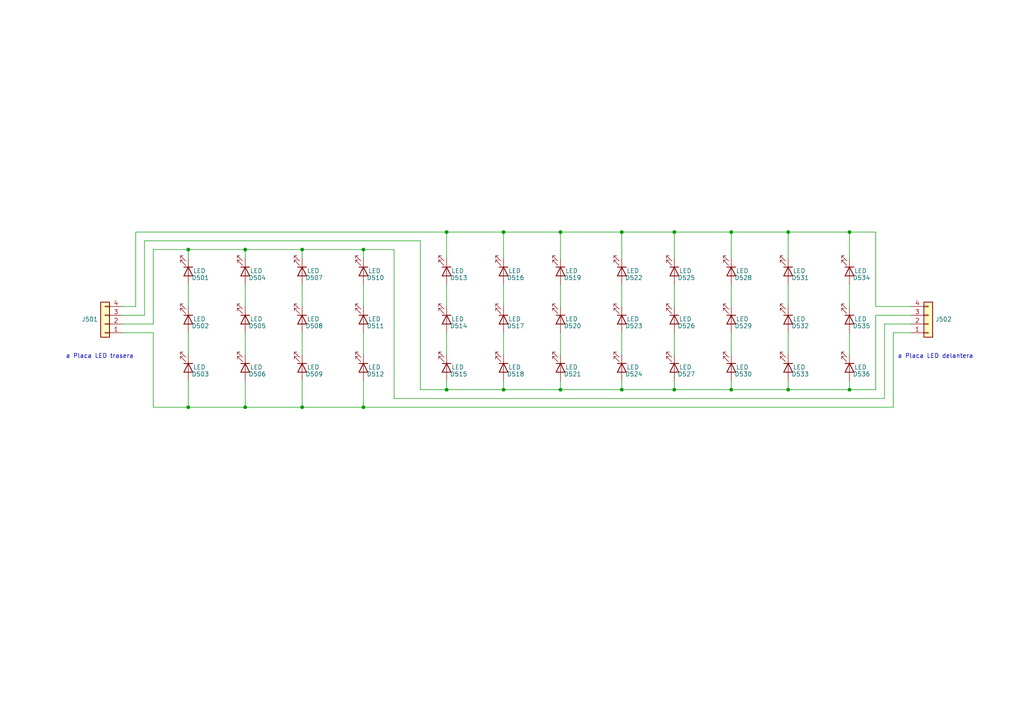
<source format=kicad_sch>
(kicad_sch (version 20211123) (generator eeschema)

  (uuid 60033e14-eb87-4de7-a69b-18897afc2481)

  (paper "A4")

  (title_block
    (title "Barra de Cortocircuito para 3er Riel")
    (date "2022-07-11")
    (rev "2.2")
  )

  (lib_symbols
    (symbol "Connector_Generic:Conn_01x04" (pin_names (offset 1.016) hide) (in_bom yes) (on_board yes)
      (property "Reference" "J" (id 0) (at 0 5.08 0)
        (effects (font (size 1.27 1.27)))
      )
      (property "Value" "Conn_01x04" (id 1) (at 0 -7.62 0)
        (effects (font (size 1.27 1.27)))
      )
      (property "Footprint" "" (id 2) (at 0 0 0)
        (effects (font (size 1.27 1.27)) hide)
      )
      (property "Datasheet" "~" (id 3) (at 0 0 0)
        (effects (font (size 1.27 1.27)) hide)
      )
      (property "ki_keywords" "connector" (id 4) (at 0 0 0)
        (effects (font (size 1.27 1.27)) hide)
      )
      (property "ki_description" "Generic connector, single row, 01x04, script generated (kicad-library-utils/schlib/autogen/connector/)" (id 5) (at 0 0 0)
        (effects (font (size 1.27 1.27)) hide)
      )
      (property "ki_fp_filters" "Connector*:*_1x??_*" (id 6) (at 0 0 0)
        (effects (font (size 1.27 1.27)) hide)
      )
      (symbol "Conn_01x04_1_1"
        (rectangle (start -1.27 -4.953) (end 0 -5.207)
          (stroke (width 0.1524) (type default) (color 0 0 0 0))
          (fill (type none))
        )
        (rectangle (start -1.27 -2.413) (end 0 -2.667)
          (stroke (width 0.1524) (type default) (color 0 0 0 0))
          (fill (type none))
        )
        (rectangle (start -1.27 0.127) (end 0 -0.127)
          (stroke (width 0.1524) (type default) (color 0 0 0 0))
          (fill (type none))
        )
        (rectangle (start -1.27 2.667) (end 0 2.413)
          (stroke (width 0.1524) (type default) (color 0 0 0 0))
          (fill (type none))
        )
        (rectangle (start -1.27 3.81) (end 1.27 -6.35)
          (stroke (width 0.254) (type default) (color 0 0 0 0))
          (fill (type background))
        )
        (pin passive line (at -5.08 2.54 0) (length 3.81)
          (name "Pin_1" (effects (font (size 1.27 1.27))))
          (number "1" (effects (font (size 1.27 1.27))))
        )
        (pin passive line (at -5.08 0 0) (length 3.81)
          (name "Pin_2" (effects (font (size 1.27 1.27))))
          (number "2" (effects (font (size 1.27 1.27))))
        )
        (pin passive line (at -5.08 -2.54 0) (length 3.81)
          (name "Pin_3" (effects (font (size 1.27 1.27))))
          (number "3" (effects (font (size 1.27 1.27))))
        )
        (pin passive line (at -5.08 -5.08 0) (length 3.81)
          (name "Pin_4" (effects (font (size 1.27 1.27))))
          (number "4" (effects (font (size 1.27 1.27))))
        )
      )
    )
    (symbol "Device:LED" (pin_numbers hide) (pin_names (offset 1.016) hide) (in_bom yes) (on_board yes)
      (property "Reference" "D" (id 0) (at 0 2.54 0)
        (effects (font (size 1.27 1.27)))
      )
      (property "Value" "LED" (id 1) (at 0 -2.54 0)
        (effects (font (size 1.27 1.27)))
      )
      (property "Footprint" "" (id 2) (at 0 0 0)
        (effects (font (size 1.27 1.27)) hide)
      )
      (property "Datasheet" "~" (id 3) (at 0 0 0)
        (effects (font (size 1.27 1.27)) hide)
      )
      (property "ki_keywords" "LED diode" (id 4) (at 0 0 0)
        (effects (font (size 1.27 1.27)) hide)
      )
      (property "ki_description" "Light emitting diode" (id 5) (at 0 0 0)
        (effects (font (size 1.27 1.27)) hide)
      )
      (property "ki_fp_filters" "LED* LED_SMD:* LED_THT:*" (id 6) (at 0 0 0)
        (effects (font (size 1.27 1.27)) hide)
      )
      (symbol "LED_0_1"
        (polyline
          (pts
            (xy -1.27 -1.27)
            (xy -1.27 1.27)
          )
          (stroke (width 0.254) (type default) (color 0 0 0 0))
          (fill (type none))
        )
        (polyline
          (pts
            (xy -1.27 0)
            (xy 1.27 0)
          )
          (stroke (width 0) (type default) (color 0 0 0 0))
          (fill (type none))
        )
        (polyline
          (pts
            (xy 1.27 -1.27)
            (xy 1.27 1.27)
            (xy -1.27 0)
            (xy 1.27 -1.27)
          )
          (stroke (width 0.254) (type default) (color 0 0 0 0))
          (fill (type none))
        )
        (polyline
          (pts
            (xy -3.048 -0.762)
            (xy -4.572 -2.286)
            (xy -3.81 -2.286)
            (xy -4.572 -2.286)
            (xy -4.572 -1.524)
          )
          (stroke (width 0) (type default) (color 0 0 0 0))
          (fill (type none))
        )
        (polyline
          (pts
            (xy -1.778 -0.762)
            (xy -3.302 -2.286)
            (xy -2.54 -2.286)
            (xy -3.302 -2.286)
            (xy -3.302 -1.524)
          )
          (stroke (width 0) (type default) (color 0 0 0 0))
          (fill (type none))
        )
      )
      (symbol "LED_1_1"
        (pin passive line (at -3.81 0 0) (length 2.54)
          (name "K" (effects (font (size 1.27 1.27))))
          (number "1" (effects (font (size 1.27 1.27))))
        )
        (pin passive line (at 3.81 0 180) (length 2.54)
          (name "A" (effects (font (size 1.27 1.27))))
          (number "2" (effects (font (size 1.27 1.27))))
        )
      )
    )
  )

  (junction (at 195.58 113.03) (diameter 0) (color 0 0 0 0)
    (uuid 0b5b87e4-23c5-462b-af9f-7a5de32fe29f)
  )
  (junction (at 87.63 72.39) (diameter 0) (color 0 0 0 0)
    (uuid 224e0deb-f117-47b8-8fff-2f517c78cc08)
  )
  (junction (at 246.38 113.03) (diameter 0) (color 0 0 0 0)
    (uuid 32b818ab-7626-4d16-96c1-62a9cc695099)
  )
  (junction (at 180.34 67.31) (diameter 0) (color 0 0 0 0)
    (uuid 37dc99e3-dab5-4e2c-a96e-72d811bb8271)
  )
  (junction (at 146.05 67.31) (diameter 0) (color 0 0 0 0)
    (uuid 38ab2dac-d4ce-483b-ba4d-b6eab95bce86)
  )
  (junction (at 228.6 113.03) (diameter 0) (color 0 0 0 0)
    (uuid 39b5a6e4-8f1b-49a8-8a92-b0b3a5d3963c)
  )
  (junction (at 212.09 67.31) (diameter 0) (color 0 0 0 0)
    (uuid 3cc6229d-0c7c-4d89-8807-d341d2cbd66a)
  )
  (junction (at 87.63 118.11) (diameter 0) (color 0 0 0 0)
    (uuid 4c2223a4-59c7-404c-900e-9a0e5e793091)
  )
  (junction (at 129.54 67.31) (diameter 0) (color 0 0 0 0)
    (uuid 4cb6f8b6-8848-4983-90c6-cabfcfe1e612)
  )
  (junction (at 162.56 67.31) (diameter 0) (color 0 0 0 0)
    (uuid 5b97b916-ce07-43b2-872d-765f67e02ce7)
  )
  (junction (at 105.41 72.39) (diameter 0) (color 0 0 0 0)
    (uuid 673ede7b-9301-4c1f-9197-613aec64fa8c)
  )
  (junction (at 105.41 118.11) (diameter 0) (color 0 0 0 0)
    (uuid 85178c5a-665b-4748-a416-32dfd7526bcc)
  )
  (junction (at 146.05 113.03) (diameter 0) (color 0 0 0 0)
    (uuid 880f1a01-3dc3-44d9-9da9-046fb579b3b2)
  )
  (junction (at 129.54 113.03) (diameter 0) (color 0 0 0 0)
    (uuid 8d40839b-6cd0-4326-b8f3-bd5a6e29643f)
  )
  (junction (at 212.09 113.03) (diameter 0) (color 0 0 0 0)
    (uuid 9f3b4c70-208f-4784-b9de-a16dc2eb64f7)
  )
  (junction (at 71.12 72.39) (diameter 0) (color 0 0 0 0)
    (uuid b2c8d871-6a16-437a-8354-d84b7ed37bcb)
  )
  (junction (at 54.61 72.39) (diameter 0) (color 0 0 0 0)
    (uuid b62fce18-2c97-4ddb-a8f7-d099d1a5b42c)
  )
  (junction (at 246.38 67.31) (diameter 0) (color 0 0 0 0)
    (uuid c5c12392-d777-4010-b9fe-c5cb6a77527d)
  )
  (junction (at 162.56 113.03) (diameter 0) (color 0 0 0 0)
    (uuid cf41c362-1a7d-4e15-8d82-8d37bf2eb8c7)
  )
  (junction (at 195.58 67.31) (diameter 0) (color 0 0 0 0)
    (uuid cf4f9c7b-ec62-460c-ab06-6b14acd95294)
  )
  (junction (at 71.12 118.11) (diameter 0) (color 0 0 0 0)
    (uuid d13e9f88-fc4d-4c49-88e2-f4695c4e519a)
  )
  (junction (at 180.34 113.03) (diameter 0) (color 0 0 0 0)
    (uuid d6ed618c-43f5-48e8-92cb-21f581bae857)
  )
  (junction (at 54.61 118.11) (diameter 0) (color 0 0 0 0)
    (uuid ea2c22d5-bd11-48d7-841d-daa9b963dc88)
  )
  (junction (at 228.6 67.31) (diameter 0) (color 0 0 0 0)
    (uuid eaddc491-c8f9-4d3e-bfde-687c2aeed040)
  )

  (wire (pts (xy 228.6 113.03) (xy 246.38 113.03))
    (stroke (width 0) (type default) (color 0 0 0 0))
    (uuid 057a1a7a-527d-4a21-afa3-1b13d6b3d349)
  )
  (wire (pts (xy 264.16 88.9) (xy 254 88.9))
    (stroke (width 0) (type default) (color 0 0 0 0))
    (uuid 06df4a64-fdca-421f-a036-dbda2f79dd5d)
  )
  (wire (pts (xy 129.54 67.31) (xy 129.54 74.93))
    (stroke (width 0) (type default) (color 0 0 0 0))
    (uuid 08cea117-08fb-44b2-b671-5708c5d2a02b)
  )
  (wire (pts (xy 105.41 110.49) (xy 105.41 118.11))
    (stroke (width 0) (type default) (color 0 0 0 0))
    (uuid 0de1f064-057c-4e16-b724-97789acea326)
  )
  (wire (pts (xy 71.12 110.49) (xy 71.12 118.11))
    (stroke (width 0) (type default) (color 0 0 0 0))
    (uuid 127cec21-744c-4435-ade9-76576c2486a1)
  )
  (wire (pts (xy 87.63 118.11) (xy 105.41 118.11))
    (stroke (width 0) (type default) (color 0 0 0 0))
    (uuid 1391322d-555b-4af2-b0d4-e91a2a08a18b)
  )
  (wire (pts (xy 129.54 110.49) (xy 129.54 113.03))
    (stroke (width 0) (type default) (color 0 0 0 0))
    (uuid 146d327d-88e8-4aac-8f13-a2a2b6bf42b4)
  )
  (wire (pts (xy 212.09 113.03) (xy 228.6 113.03))
    (stroke (width 0) (type default) (color 0 0 0 0))
    (uuid 16bb533f-d5ff-47d5-b79f-7d964c740171)
  )
  (wire (pts (xy 254 113.03) (xy 246.38 113.03))
    (stroke (width 0) (type default) (color 0 0 0 0))
    (uuid 1ea8ec12-9c49-4202-b6d7-bf9c7597c231)
  )
  (wire (pts (xy 259.08 96.52) (xy 259.08 118.11))
    (stroke (width 0) (type default) (color 0 0 0 0))
    (uuid 1f17cb83-0e8d-4eb3-85ef-69778b3dfa8d)
  )
  (wire (pts (xy 39.37 67.31) (xy 39.37 88.9))
    (stroke (width 0) (type default) (color 0 0 0 0))
    (uuid 2089700b-9943-4c49-938e-643158038fde)
  )
  (wire (pts (xy 246.38 96.52) (xy 246.38 102.87))
    (stroke (width 0) (type default) (color 0 0 0 0))
    (uuid 23550758-e44d-4105-a63c-ec47710ffb7a)
  )
  (wire (pts (xy 162.56 67.31) (xy 180.34 67.31))
    (stroke (width 0) (type default) (color 0 0 0 0))
    (uuid 28588f81-3a31-4463-81fc-7621f3522b36)
  )
  (wire (pts (xy 87.63 110.49) (xy 87.63 118.11))
    (stroke (width 0) (type default) (color 0 0 0 0))
    (uuid 28a82676-10ed-4a6d-8d38-5cc2b8bfa072)
  )
  (wire (pts (xy 105.41 72.39) (xy 114.3 72.39))
    (stroke (width 0) (type default) (color 0 0 0 0))
    (uuid 29032c60-8122-4333-a7da-95c7ef5a8b68)
  )
  (wire (pts (xy 146.05 67.31) (xy 146.05 74.93))
    (stroke (width 0) (type default) (color 0 0 0 0))
    (uuid 2ae09918-814e-49a3-83d4-82ad28d6df72)
  )
  (wire (pts (xy 105.41 82.55) (xy 105.41 88.9))
    (stroke (width 0) (type default) (color 0 0 0 0))
    (uuid 2d074180-8e3f-4039-92d4-661c1f90f4c5)
  )
  (wire (pts (xy 195.58 67.31) (xy 212.09 67.31))
    (stroke (width 0) (type default) (color 0 0 0 0))
    (uuid 2dd623e9-4f51-4eee-948c-afeba2421c82)
  )
  (wire (pts (xy 87.63 72.39) (xy 105.41 72.39))
    (stroke (width 0) (type default) (color 0 0 0 0))
    (uuid 2edd4386-02f6-4915-ab5d-fe1c8287da4b)
  )
  (wire (pts (xy 228.6 96.52) (xy 228.6 102.87))
    (stroke (width 0) (type default) (color 0 0 0 0))
    (uuid 329a2c73-ef94-4cdc-91e0-72f12d5ebd0e)
  )
  (wire (pts (xy 259.08 96.52) (xy 264.16 96.52))
    (stroke (width 0) (type default) (color 0 0 0 0))
    (uuid 3a0eccb1-268c-4f57-84d0-33b4df67dbe4)
  )
  (wire (pts (xy 180.34 113.03) (xy 195.58 113.03))
    (stroke (width 0) (type default) (color 0 0 0 0))
    (uuid 3ae9104e-59f4-4b56-a659-1a4425ae9ffb)
  )
  (wire (pts (xy 54.61 72.39) (xy 71.12 72.39))
    (stroke (width 0) (type default) (color 0 0 0 0))
    (uuid 40d3d472-769f-479a-bd69-65dfed7b9156)
  )
  (wire (pts (xy 212.09 110.49) (xy 212.09 113.03))
    (stroke (width 0) (type default) (color 0 0 0 0))
    (uuid 423ee896-c19f-4170-9029-58072bdf2a55)
  )
  (wire (pts (xy 87.63 74.93) (xy 87.63 72.39))
    (stroke (width 0) (type default) (color 0 0 0 0))
    (uuid 427fd954-5449-4d36-8547-d878e3952a66)
  )
  (wire (pts (xy 44.45 72.39) (xy 44.45 93.98))
    (stroke (width 0) (type default) (color 0 0 0 0))
    (uuid 42d27bb2-956e-4f4e-a0bb-864b46e9981e)
  )
  (wire (pts (xy 54.61 118.11) (xy 71.12 118.11))
    (stroke (width 0) (type default) (color 0 0 0 0))
    (uuid 44898aac-bd26-4fe9-8fd7-4eb813bc3140)
  )
  (wire (pts (xy 129.54 113.03) (xy 146.05 113.03))
    (stroke (width 0) (type default) (color 0 0 0 0))
    (uuid 48b90d34-cb84-4936-98e8-5d3841998f84)
  )
  (wire (pts (xy 121.92 113.03) (xy 121.92 69.85))
    (stroke (width 0) (type default) (color 0 0 0 0))
    (uuid 48eec40f-6ab3-4243-b67b-f99d33a7d466)
  )
  (wire (pts (xy 44.45 96.52) (xy 44.45 118.11))
    (stroke (width 0) (type default) (color 0 0 0 0))
    (uuid 4bc2c4ca-c2bb-4c37-b7ad-017bf7261ab1)
  )
  (wire (pts (xy 54.61 110.49) (xy 54.61 118.11))
    (stroke (width 0) (type default) (color 0 0 0 0))
    (uuid 5054d8c5-a86e-4c44-aa83-184981cb65bf)
  )
  (wire (pts (xy 228.6 67.31) (xy 228.6 74.93))
    (stroke (width 0) (type default) (color 0 0 0 0))
    (uuid 5319091a-1a11-4ee1-904b-b4574bf516e6)
  )
  (wire (pts (xy 162.56 110.49) (xy 162.56 113.03))
    (stroke (width 0) (type default) (color 0 0 0 0))
    (uuid 535ab797-58b2-46bb-8639-8a03203aecce)
  )
  (wire (pts (xy 246.38 113.03) (xy 246.38 110.49))
    (stroke (width 0) (type default) (color 0 0 0 0))
    (uuid 58541a43-8804-4582-ac79-c76ef95328b7)
  )
  (wire (pts (xy 35.56 91.44) (xy 41.91 91.44))
    (stroke (width 0) (type default) (color 0 0 0 0))
    (uuid 58b303a2-f387-47c5-b90d-1d70186f0bba)
  )
  (wire (pts (xy 246.38 67.31) (xy 246.38 74.93))
    (stroke (width 0) (type default) (color 0 0 0 0))
    (uuid 5bac6f51-7a0c-4bec-8b67-c2226089f959)
  )
  (wire (pts (xy 54.61 74.93) (xy 54.61 72.39))
    (stroke (width 0) (type default) (color 0 0 0 0))
    (uuid 5de5071f-7680-4f4d-8647-62d983d6ff69)
  )
  (wire (pts (xy 114.3 115.57) (xy 256.54 115.57))
    (stroke (width 0) (type default) (color 0 0 0 0))
    (uuid 62383840-fc82-47fb-a1ad-c8cf3b6d738f)
  )
  (wire (pts (xy 254 91.44) (xy 264.16 91.44))
    (stroke (width 0) (type default) (color 0 0 0 0))
    (uuid 698aa11b-8982-4c6d-90ea-8b32309eb9f8)
  )
  (wire (pts (xy 146.05 96.52) (xy 146.05 102.87))
    (stroke (width 0) (type default) (color 0 0 0 0))
    (uuid 6e064e7a-766a-41a5-a0de-1db6bcc6c72a)
  )
  (wire (pts (xy 129.54 96.52) (xy 129.54 102.87))
    (stroke (width 0) (type default) (color 0 0 0 0))
    (uuid 70ab5072-e03d-4be2-ae3b-55af09b752bf)
  )
  (wire (pts (xy 256.54 93.98) (xy 264.16 93.98))
    (stroke (width 0) (type default) (color 0 0 0 0))
    (uuid 75fe9878-d264-462a-887f-0ef500edc04b)
  )
  (wire (pts (xy 39.37 88.9) (xy 35.56 88.9))
    (stroke (width 0) (type default) (color 0 0 0 0))
    (uuid 782288b6-1fc4-40fd-98a5-3a93f803105e)
  )
  (wire (pts (xy 254 91.44) (xy 254 113.03))
    (stroke (width 0) (type default) (color 0 0 0 0))
    (uuid 811cc048-9b2d-437c-a885-429fedad9c4a)
  )
  (wire (pts (xy 195.58 110.49) (xy 195.58 113.03))
    (stroke (width 0) (type default) (color 0 0 0 0))
    (uuid 8572cc37-7a71-4288-8403-d91576d154ee)
  )
  (wire (pts (xy 129.54 82.55) (xy 129.54 88.9))
    (stroke (width 0) (type default) (color 0 0 0 0))
    (uuid 896456d7-deec-4121-a689-39915200e103)
  )
  (wire (pts (xy 212.09 96.52) (xy 212.09 102.87))
    (stroke (width 0) (type default) (color 0 0 0 0))
    (uuid 8b536dfd-0f79-4b05-9f18-2787bdc6e50a)
  )
  (wire (pts (xy 162.56 67.31) (xy 162.56 74.93))
    (stroke (width 0) (type default) (color 0 0 0 0))
    (uuid 8b828f42-0597-4df4-8a2e-2a7b5d194476)
  )
  (wire (pts (xy 195.58 67.31) (xy 195.58 74.93))
    (stroke (width 0) (type default) (color 0 0 0 0))
    (uuid 8f74bcff-1a1a-4e44-88fd-28ea0d3776ca)
  )
  (wire (pts (xy 162.56 96.52) (xy 162.56 102.87))
    (stroke (width 0) (type default) (color 0 0 0 0))
    (uuid 9329433f-9eab-471e-bf79-7bc36419d193)
  )
  (wire (pts (xy 87.63 96.52) (xy 87.63 102.87))
    (stroke (width 0) (type default) (color 0 0 0 0))
    (uuid 93557e9f-a425-47cb-9d8c-e0b0f67177db)
  )
  (wire (pts (xy 212.09 67.31) (xy 212.09 74.93))
    (stroke (width 0) (type default) (color 0 0 0 0))
    (uuid 9440f02f-4fb4-4cf1-8b0a-5717c6f56c28)
  )
  (wire (pts (xy 129.54 67.31) (xy 146.05 67.31))
    (stroke (width 0) (type default) (color 0 0 0 0))
    (uuid 950f29a4-0fe2-4dd4-b6df-fd648dc42ce9)
  )
  (wire (pts (xy 71.12 82.55) (xy 71.12 88.9))
    (stroke (width 0) (type default) (color 0 0 0 0))
    (uuid 9842b1e8-51c4-4c86-a6f5-e40c8f263e68)
  )
  (wire (pts (xy 129.54 67.31) (xy 39.37 67.31))
    (stroke (width 0) (type default) (color 0 0 0 0))
    (uuid 988072e1-6459-4294-8983-9e3cc4404359)
  )
  (wire (pts (xy 195.58 113.03) (xy 212.09 113.03))
    (stroke (width 0) (type default) (color 0 0 0 0))
    (uuid 9ccf32db-c078-47eb-bed3-c332b337f5d2)
  )
  (wire (pts (xy 146.05 67.31) (xy 162.56 67.31))
    (stroke (width 0) (type default) (color 0 0 0 0))
    (uuid 9f83aea8-3e64-4004-ae5c-7fe0e32f84b2)
  )
  (wire (pts (xy 87.63 82.55) (xy 87.63 88.9))
    (stroke (width 0) (type default) (color 0 0 0 0))
    (uuid a0d238b0-e053-40cb-80a6-2af447f59528)
  )
  (wire (pts (xy 228.6 67.31) (xy 246.38 67.31))
    (stroke (width 0) (type default) (color 0 0 0 0))
    (uuid a24656bc-060d-4be8-80bb-3e925c396260)
  )
  (wire (pts (xy 195.58 96.52) (xy 195.58 102.87))
    (stroke (width 0) (type default) (color 0 0 0 0))
    (uuid a798cb1b-585c-4a92-b5a5-1fafa8da71ce)
  )
  (wire (pts (xy 114.3 72.39) (xy 114.3 115.57))
    (stroke (width 0) (type default) (color 0 0 0 0))
    (uuid a84036a5-28e4-42aa-a9fa-4e1588f16102)
  )
  (wire (pts (xy 146.05 113.03) (xy 162.56 113.03))
    (stroke (width 0) (type default) (color 0 0 0 0))
    (uuid a86957ee-7955-4689-b1a5-3bfc5a254afe)
  )
  (wire (pts (xy 71.12 96.52) (xy 71.12 102.87))
    (stroke (width 0) (type default) (color 0 0 0 0))
    (uuid b46c27d1-a598-4169-9c56-a642bdad13e2)
  )
  (wire (pts (xy 54.61 82.55) (xy 54.61 88.9))
    (stroke (width 0) (type default) (color 0 0 0 0))
    (uuid b4c04c63-5a5f-4027-8c8c-a384cd850b36)
  )
  (wire (pts (xy 246.38 67.31) (xy 254 67.31))
    (stroke (width 0) (type default) (color 0 0 0 0))
    (uuid ba31bf7f-c6c9-4e90-b338-94b75e24d881)
  )
  (wire (pts (xy 180.34 67.31) (xy 180.34 74.93))
    (stroke (width 0) (type default) (color 0 0 0 0))
    (uuid bb50cd7c-8dba-4795-bc5e-cb4347836a8c)
  )
  (wire (pts (xy 195.58 82.55) (xy 195.58 88.9))
    (stroke (width 0) (type default) (color 0 0 0 0))
    (uuid bca37616-02a7-4cf3-af7a-942f9e9e5f58)
  )
  (wire (pts (xy 35.56 93.98) (xy 44.45 93.98))
    (stroke (width 0) (type default) (color 0 0 0 0))
    (uuid bd7c7cfd-442c-4689-9944-2a626a4c4dff)
  )
  (wire (pts (xy 212.09 67.31) (xy 228.6 67.31))
    (stroke (width 0) (type default) (color 0 0 0 0))
    (uuid bd9aef18-23e4-4f9c-be27-f95de913ae1a)
  )
  (wire (pts (xy 228.6 82.55) (xy 228.6 88.9))
    (stroke (width 0) (type default) (color 0 0 0 0))
    (uuid be31a764-2435-4f80-9197-8fcb736bb6d0)
  )
  (wire (pts (xy 44.45 118.11) (xy 54.61 118.11))
    (stroke (width 0) (type default) (color 0 0 0 0))
    (uuid beb8275b-8c45-4c9c-8d7d-646367b7d23e)
  )
  (wire (pts (xy 256.54 93.98) (xy 256.54 115.57))
    (stroke (width 0) (type default) (color 0 0 0 0))
    (uuid c0ed384d-5721-4059-af91-5115191039e2)
  )
  (wire (pts (xy 87.63 72.39) (xy 71.12 72.39))
    (stroke (width 0) (type default) (color 0 0 0 0))
    (uuid c3be8d23-debe-40fd-82dc-f0b55fc6b38f)
  )
  (wire (pts (xy 35.56 96.52) (xy 44.45 96.52))
    (stroke (width 0) (type default) (color 0 0 0 0))
    (uuid c47926e9-b184-49b0-a6ce-874c960727f2)
  )
  (wire (pts (xy 105.41 118.11) (xy 259.08 118.11))
    (stroke (width 0) (type default) (color 0 0 0 0))
    (uuid c61fc6c2-fc7f-4deb-adba-ad9a427900f3)
  )
  (wire (pts (xy 180.34 113.03) (xy 180.34 110.49))
    (stroke (width 0) (type default) (color 0 0 0 0))
    (uuid cb794f86-84c5-4de3-b81a-771692e81227)
  )
  (wire (pts (xy 180.34 82.55) (xy 180.34 88.9))
    (stroke (width 0) (type default) (color 0 0 0 0))
    (uuid cbd5617a-b27e-4994-aa63-d5abcdaa345c)
  )
  (wire (pts (xy 71.12 72.39) (xy 71.12 74.93))
    (stroke (width 0) (type default) (color 0 0 0 0))
    (uuid cbd79597-f6a2-48db-8d74-eca1d1c2eb39)
  )
  (wire (pts (xy 146.05 110.49) (xy 146.05 113.03))
    (stroke (width 0) (type default) (color 0 0 0 0))
    (uuid ce32a663-7262-4a14-acaf-84a1b7ec4a3a)
  )
  (wire (pts (xy 180.34 96.52) (xy 180.34 102.87))
    (stroke (width 0) (type default) (color 0 0 0 0))
    (uuid cf59da8c-f0aa-4c03-a072-c1fb0c488267)
  )
  (wire (pts (xy 105.41 74.93) (xy 105.41 72.39))
    (stroke (width 0) (type default) (color 0 0 0 0))
    (uuid d0a669e5-11d9-47d0-857a-ef3f0209e216)
  )
  (wire (pts (xy 41.91 69.85) (xy 121.92 69.85))
    (stroke (width 0) (type default) (color 0 0 0 0))
    (uuid d4208461-b6fb-4ef9-a2b9-c91c0e411bf4)
  )
  (wire (pts (xy 71.12 118.11) (xy 87.63 118.11))
    (stroke (width 0) (type default) (color 0 0 0 0))
    (uuid da528ec0-b671-49f4-9736-0e127d6150b6)
  )
  (wire (pts (xy 228.6 110.49) (xy 228.6 113.03))
    (stroke (width 0) (type default) (color 0 0 0 0))
    (uuid dd10b053-6dde-49ca-b555-def6c4348e5e)
  )
  (wire (pts (xy 129.54 113.03) (xy 121.92 113.03))
    (stroke (width 0) (type default) (color 0 0 0 0))
    (uuid dd88d2b3-8346-4878-ad16-cc66c7829989)
  )
  (wire (pts (xy 180.34 67.31) (xy 195.58 67.31))
    (stroke (width 0) (type default) (color 0 0 0 0))
    (uuid e067f359-4887-4052-9184-69a56d6f1a4a)
  )
  (wire (pts (xy 162.56 113.03) (xy 180.34 113.03))
    (stroke (width 0) (type default) (color 0 0 0 0))
    (uuid e1c7131f-629e-47b8-9df1-eff913de9e05)
  )
  (wire (pts (xy 41.91 69.85) (xy 41.91 91.44))
    (stroke (width 0) (type default) (color 0 0 0 0))
    (uuid e29ed550-2181-4f87-b1c6-53d8eea19db8)
  )
  (wire (pts (xy 44.45 72.39) (xy 54.61 72.39))
    (stroke (width 0) (type default) (color 0 0 0 0))
    (uuid e67c5831-63a7-453b-bc75-b38fe05e4d8b)
  )
  (wire (pts (xy 54.61 96.52) (xy 54.61 102.87))
    (stroke (width 0) (type default) (color 0 0 0 0))
    (uuid ea121c66-0391-43a2-ac4e-275c11ae108c)
  )
  (wire (pts (xy 162.56 82.55) (xy 162.56 88.9))
    (stroke (width 0) (type default) (color 0 0 0 0))
    (uuid f0c6bd67-db50-4dd4-a7dc-785d12bd65cc)
  )
  (wire (pts (xy 212.09 82.55) (xy 212.09 88.9))
    (stroke (width 0) (type default) (color 0 0 0 0))
    (uuid f25c97e4-a40f-48ea-b856-a7151dd90702)
  )
  (wire (pts (xy 105.41 96.52) (xy 105.41 102.87))
    (stroke (width 0) (type default) (color 0 0 0 0))
    (uuid f651a980-2e29-4c63-a4ca-2e9eaa8e4ebe)
  )
  (wire (pts (xy 254 67.31) (xy 254 88.9))
    (stroke (width 0) (type default) (color 0 0 0 0))
    (uuid f842c1e9-9967-4dc9-96f6-3e19e16e24a9)
  )
  (wire (pts (xy 146.05 82.55) (xy 146.05 88.9))
    (stroke (width 0) (type default) (color 0 0 0 0))
    (uuid f9b5f585-125b-4eca-8a74-89b54c2efeca)
  )
  (wire (pts (xy 246.38 82.55) (xy 246.38 88.9))
    (stroke (width 0) (type default) (color 0 0 0 0))
    (uuid fe44e590-d325-4786-8b6a-6c62918ca1a5)
  )

  (text "a Placa LED trasera" (at 19.05 104.14 0)
    (effects (font (size 1.27 1.27)) (justify left bottom))
    (uuid 52c281a8-bd59-4dc8-93a6-0b584523c13a)
  )
  (text "a Placa LED delantera" (at 260.35 104.14 0)
    (effects (font (size 1.27 1.27)) (justify left bottom))
    (uuid cb7233a9-6059-4e02-9214-f20dc6e456e0)
  )

  (symbol (lib_id "Device:LED") (at 54.61 78.74 270) (unit 1)
    (in_bom yes) (on_board yes)
    (uuid 00000000-0000-0000-0000-000061d75c3c)
    (property "Reference" "D501" (id 0) (at 58.1152 80.5688 90))
    (property "Value" "LED" (id 1) (at 57.8104 78.5622 90))
    (property "Footprint" "" (id 2) (at 54.61 78.74 0)
      (effects (font (size 1.27 1.27)) hide)
    )
    (property "Datasheet" "~" (id 3) (at 54.61 78.74 0)
      (effects (font (size 1.27 1.27)) hide)
    )
    (pin "1" (uuid ddd9d23a-a097-43ba-9e74-ba0446e535b7))
    (pin "2" (uuid 226d0be6-bb29-4300-b488-75c5a58819bf))
  )

  (symbol (lib_id "Device:LED") (at 54.61 92.71 270) (unit 1)
    (in_bom yes) (on_board yes)
    (uuid 00000000-0000-0000-0000-000061d75c43)
    (property "Reference" "D502" (id 0) (at 58.1152 94.5388 90))
    (property "Value" "LED" (id 1) (at 57.8104 92.5322 90))
    (property "Footprint" "" (id 2) (at 54.61 92.71 0)
      (effects (font (size 1.27 1.27)) hide)
    )
    (property "Datasheet" "~" (id 3) (at 54.61 92.71 0)
      (effects (font (size 1.27 1.27)) hide)
    )
    (pin "1" (uuid 09ed82e0-cf9d-4295-890d-774f9e4a78a6))
    (pin "2" (uuid d2e9ec46-3ef9-43c6-8dae-08621b7d1151))
  )

  (symbol (lib_id "Device:LED") (at 54.61 106.68 270) (unit 1)
    (in_bom yes) (on_board yes)
    (uuid 00000000-0000-0000-0000-000061d75c49)
    (property "Reference" "D503" (id 0) (at 58.1152 108.5088 90))
    (property "Value" "LED" (id 1) (at 57.8104 106.5022 90))
    (property "Footprint" "" (id 2) (at 54.61 106.68 0)
      (effects (font (size 1.27 1.27)) hide)
    )
    (property "Datasheet" "~" (id 3) (at 54.61 106.68 0)
      (effects (font (size 1.27 1.27)) hide)
    )
    (pin "1" (uuid ac63abca-309b-4560-8dad-5c6dcbfec795))
    (pin "2" (uuid 6eac0976-c173-42cb-bd8e-7c6630cf19bf))
  )

  (symbol (lib_id "Device:LED") (at 71.12 78.74 270) (unit 1)
    (in_bom yes) (on_board yes)
    (uuid 00000000-0000-0000-0000-000061d75c50)
    (property "Reference" "D504" (id 0) (at 74.6252 80.5688 90))
    (property "Value" "LED" (id 1) (at 74.3204 78.5622 90))
    (property "Footprint" "" (id 2) (at 71.12 78.74 0)
      (effects (font (size 1.27 1.27)) hide)
    )
    (property "Datasheet" "~" (id 3) (at 71.12 78.74 0)
      (effects (font (size 1.27 1.27)) hide)
    )
    (pin "1" (uuid 8ff7d401-ebe1-46bc-af70-b5b681fc6a48))
    (pin "2" (uuid a11662f2-a319-4e88-bdf3-7504106193be))
  )

  (symbol (lib_id "Device:LED") (at 71.12 92.71 270) (unit 1)
    (in_bom yes) (on_board yes)
    (uuid 00000000-0000-0000-0000-000061d75c57)
    (property "Reference" "D505" (id 0) (at 74.6252 94.5388 90))
    (property "Value" "LED" (id 1) (at 74.3204 92.5322 90))
    (property "Footprint" "" (id 2) (at 71.12 92.71 0)
      (effects (font (size 1.27 1.27)) hide)
    )
    (property "Datasheet" "~" (id 3) (at 71.12 92.71 0)
      (effects (font (size 1.27 1.27)) hide)
    )
    (pin "1" (uuid dd15c40c-98f9-4c40-ba90-5084da77993e))
    (pin "2" (uuid f3d8e0ed-9e3c-4f97-b881-26ac422134ff))
  )

  (symbol (lib_id "Device:LED") (at 71.12 106.68 270) (unit 1)
    (in_bom yes) (on_board yes)
    (uuid 00000000-0000-0000-0000-000061d75c5d)
    (property "Reference" "D506" (id 0) (at 74.6252 108.5088 90))
    (property "Value" "LED" (id 1) (at 74.3204 106.5022 90))
    (property "Footprint" "" (id 2) (at 71.12 106.68 0)
      (effects (font (size 1.27 1.27)) hide)
    )
    (property "Datasheet" "~" (id 3) (at 71.12 106.68 0)
      (effects (font (size 1.27 1.27)) hide)
    )
    (pin "1" (uuid 23ad9dc7-df1d-4d18-8c5a-746501265236))
    (pin "2" (uuid db756ac9-00fd-436d-b0b7-37225b7f0848))
  )

  (symbol (lib_id "Device:LED") (at 87.63 78.74 270) (unit 1)
    (in_bom yes) (on_board yes)
    (uuid 00000000-0000-0000-0000-000061d75c64)
    (property "Reference" "D507" (id 0) (at 91.1352 80.5688 90))
    (property "Value" "LED" (id 1) (at 90.8304 78.5622 90))
    (property "Footprint" "" (id 2) (at 87.63 78.74 0)
      (effects (font (size 1.27 1.27)) hide)
    )
    (property "Datasheet" "~" (id 3) (at 87.63 78.74 0)
      (effects (font (size 1.27 1.27)) hide)
    )
    (pin "1" (uuid ef4721d1-8484-4118-97e3-2a8429a00128))
    (pin "2" (uuid 71e3676e-1dd9-4304-9d38-4da68d8e2128))
  )

  (symbol (lib_id "Device:LED") (at 87.63 92.71 270) (unit 1)
    (in_bom yes) (on_board yes)
    (uuid 00000000-0000-0000-0000-000061d75c6b)
    (property "Reference" "D508" (id 0) (at 91.1352 94.5388 90))
    (property "Value" "LED" (id 1) (at 90.8304 92.5322 90))
    (property "Footprint" "" (id 2) (at 87.63 92.71 0)
      (effects (font (size 1.27 1.27)) hide)
    )
    (property "Datasheet" "~" (id 3) (at 87.63 92.71 0)
      (effects (font (size 1.27 1.27)) hide)
    )
    (pin "1" (uuid 629b0434-3732-4dfb-8225-f3d3ae18a857))
    (pin "2" (uuid 3149659c-8e13-48eb-8436-0f1edbbbd12c))
  )

  (symbol (lib_id "Device:LED") (at 87.63 106.68 270) (unit 1)
    (in_bom yes) (on_board yes)
    (uuid 00000000-0000-0000-0000-000061d75c71)
    (property "Reference" "D509" (id 0) (at 91.1352 108.5088 90))
    (property "Value" "LED" (id 1) (at 90.8304 106.5022 90))
    (property "Footprint" "" (id 2) (at 87.63 106.68 0)
      (effects (font (size 1.27 1.27)) hide)
    )
    (property "Datasheet" "~" (id 3) (at 87.63 106.68 0)
      (effects (font (size 1.27 1.27)) hide)
    )
    (pin "1" (uuid d50312ec-3a03-431f-964e-47eed515322c))
    (pin "2" (uuid c25615b9-d68a-45a4-bd6d-4956564259b1))
  )

  (symbol (lib_id "Device:LED") (at 105.41 78.74 270) (unit 1)
    (in_bom yes) (on_board yes)
    (uuid 00000000-0000-0000-0000-000061d75c78)
    (property "Reference" "D510" (id 0) (at 108.9152 80.5688 90))
    (property "Value" "LED" (id 1) (at 108.6104 78.5622 90))
    (property "Footprint" "" (id 2) (at 105.41 78.74 0)
      (effects (font (size 1.27 1.27)) hide)
    )
    (property "Datasheet" "~" (id 3) (at 105.41 78.74 0)
      (effects (font (size 1.27 1.27)) hide)
    )
    (pin "1" (uuid 536c921b-ad2c-4010-94da-cff4728e01cf))
    (pin "2" (uuid 56d3dc37-092b-41f4-b86e-73493a7b5274))
  )

  (symbol (lib_id "Device:LED") (at 105.41 92.71 270) (unit 1)
    (in_bom yes) (on_board yes)
    (uuid 00000000-0000-0000-0000-000061d75c7f)
    (property "Reference" "D511" (id 0) (at 108.9152 94.5388 90))
    (property "Value" "LED" (id 1) (at 108.6104 92.5322 90))
    (property "Footprint" "" (id 2) (at 105.41 92.71 0)
      (effects (font (size 1.27 1.27)) hide)
    )
    (property "Datasheet" "~" (id 3) (at 105.41 92.71 0)
      (effects (font (size 1.27 1.27)) hide)
    )
    (pin "1" (uuid cca9f8a2-e12a-486c-a9ba-012a709ec4a9))
    (pin "2" (uuid 420a8fe6-b37f-4ca1-a104-cb28da7d93ec))
  )

  (symbol (lib_id "Device:LED") (at 105.41 106.68 270) (unit 1)
    (in_bom yes) (on_board yes)
    (uuid 00000000-0000-0000-0000-000061d75c85)
    (property "Reference" "D512" (id 0) (at 108.9152 108.5088 90))
    (property "Value" "LED" (id 1) (at 108.6104 106.5022 90))
    (property "Footprint" "" (id 2) (at 105.41 106.68 0)
      (effects (font (size 1.27 1.27)) hide)
    )
    (property "Datasheet" "~" (id 3) (at 105.41 106.68 0)
      (effects (font (size 1.27 1.27)) hide)
    )
    (pin "1" (uuid 6fce8fc8-fbb4-4f7f-a83f-4c95808a6a60))
    (pin "2" (uuid 9232bd61-d7a5-4499-a558-b70c85bbb233))
  )

  (symbol (lib_id "Device:LED") (at 195.58 78.74 270) (unit 1)
    (in_bom yes) (on_board yes)
    (uuid 00000000-0000-0000-0000-000061d75c8c)
    (property "Reference" "D525" (id 0) (at 199.0852 80.5688 90))
    (property "Value" "LED" (id 1) (at 198.7804 78.5622 90))
    (property "Footprint" "" (id 2) (at 195.58 78.74 0)
      (effects (font (size 1.27 1.27)) hide)
    )
    (property "Datasheet" "~" (id 3) (at 195.58 78.74 0)
      (effects (font (size 1.27 1.27)) hide)
    )
    (pin "1" (uuid baea1e43-2e05-43f7-86e9-1b50fc46bc35))
    (pin "2" (uuid 2af57d46-c273-439a-9cae-3049733f5f0b))
  )

  (symbol (lib_id "Device:LED") (at 195.58 92.71 270) (unit 1)
    (in_bom yes) (on_board yes)
    (uuid 00000000-0000-0000-0000-000061d75c93)
    (property "Reference" "D526" (id 0) (at 199.0852 94.5388 90))
    (property "Value" "LED" (id 1) (at 198.7804 92.5322 90))
    (property "Footprint" "" (id 2) (at 195.58 92.71 0)
      (effects (font (size 1.27 1.27)) hide)
    )
    (property "Datasheet" "~" (id 3) (at 195.58 92.71 0)
      (effects (font (size 1.27 1.27)) hide)
    )
    (pin "1" (uuid 3392c6ff-11f0-4103-8699-a358768aa04c))
    (pin "2" (uuid 559cdb02-16dd-430a-bc73-e0256ff0e271))
  )

  (symbol (lib_id "Device:LED") (at 195.58 106.68 270) (unit 1)
    (in_bom yes) (on_board yes)
    (uuid 00000000-0000-0000-0000-000061d75c99)
    (property "Reference" "D527" (id 0) (at 199.0852 108.5088 90))
    (property "Value" "LED" (id 1) (at 198.7804 106.5022 90))
    (property "Footprint" "" (id 2) (at 195.58 106.68 0)
      (effects (font (size 1.27 1.27)) hide)
    )
    (property "Datasheet" "~" (id 3) (at 195.58 106.68 0)
      (effects (font (size 1.27 1.27)) hide)
    )
    (pin "1" (uuid 1e9ebb16-4d8e-4aba-ad10-7f943db81684))
    (pin "2" (uuid 50a7a5c9-0a38-4b2b-9e1b-3a5f2a95ed60))
  )

  (symbol (lib_id "Device:LED") (at 212.09 78.74 270) (unit 1)
    (in_bom yes) (on_board yes)
    (uuid 00000000-0000-0000-0000-000061d75ca0)
    (property "Reference" "D528" (id 0) (at 215.5952 80.5688 90))
    (property "Value" "LED" (id 1) (at 215.2904 78.5622 90))
    (property "Footprint" "" (id 2) (at 212.09 78.74 0)
      (effects (font (size 1.27 1.27)) hide)
    )
    (property "Datasheet" "~" (id 3) (at 212.09 78.74 0)
      (effects (font (size 1.27 1.27)) hide)
    )
    (pin "1" (uuid d2dff79b-8266-44e0-b3a2-89b517b072ac))
    (pin "2" (uuid cc124d83-c7ac-495f-9bcd-e802dc3c106f))
  )

  (symbol (lib_id "Device:LED") (at 212.09 92.71 270) (unit 1)
    (in_bom yes) (on_board yes)
    (uuid 00000000-0000-0000-0000-000061d75ca7)
    (property "Reference" "D529" (id 0) (at 215.5952 94.5388 90))
    (property "Value" "LED" (id 1) (at 215.2904 92.5322 90))
    (property "Footprint" "" (id 2) (at 212.09 92.71 0)
      (effects (font (size 1.27 1.27)) hide)
    )
    (property "Datasheet" "~" (id 3) (at 212.09 92.71 0)
      (effects (font (size 1.27 1.27)) hide)
    )
    (pin "1" (uuid c09c16f2-6508-4e4f-b11c-20449764185b))
    (pin "2" (uuid b8ae9e29-ab05-4750-8ce1-dbcf0223ae46))
  )

  (symbol (lib_id "Device:LED") (at 212.09 106.68 270) (unit 1)
    (in_bom yes) (on_board yes)
    (uuid 00000000-0000-0000-0000-000061d75cad)
    (property "Reference" "D530" (id 0) (at 215.5952 108.5088 90))
    (property "Value" "LED" (id 1) (at 215.2904 106.5022 90))
    (property "Footprint" "" (id 2) (at 212.09 106.68 0)
      (effects (font (size 1.27 1.27)) hide)
    )
    (property "Datasheet" "~" (id 3) (at 212.09 106.68 0)
      (effects (font (size 1.27 1.27)) hide)
    )
    (pin "1" (uuid a2e40b84-76fd-459c-b23d-67a764899d77))
    (pin "2" (uuid f5548c66-9a18-48e7-93dc-7268da212c61))
  )

  (symbol (lib_id "Device:LED") (at 228.6 78.74 270) (unit 1)
    (in_bom yes) (on_board yes)
    (uuid 00000000-0000-0000-0000-000061d75cb4)
    (property "Reference" "D531" (id 0) (at 232.1052 80.5688 90))
    (property "Value" "LED" (id 1) (at 231.8004 78.5622 90))
    (property "Footprint" "" (id 2) (at 228.6 78.74 0)
      (effects (font (size 1.27 1.27)) hide)
    )
    (property "Datasheet" "~" (id 3) (at 228.6 78.74 0)
      (effects (font (size 1.27 1.27)) hide)
    )
    (pin "1" (uuid 8b22c118-f789-441a-901e-34a9bf076ebf))
    (pin "2" (uuid 9eb300c2-a83f-4396-8fe7-f7d493c5a584))
  )

  (symbol (lib_id "Device:LED") (at 228.6 92.71 270) (unit 1)
    (in_bom yes) (on_board yes)
    (uuid 00000000-0000-0000-0000-000061d75cbb)
    (property "Reference" "D532" (id 0) (at 232.1052 94.5388 90))
    (property "Value" "LED" (id 1) (at 231.8004 92.5322 90))
    (property "Footprint" "" (id 2) (at 228.6 92.71 0)
      (effects (font (size 1.27 1.27)) hide)
    )
    (property "Datasheet" "~" (id 3) (at 228.6 92.71 0)
      (effects (font (size 1.27 1.27)) hide)
    )
    (pin "1" (uuid 380f63aa-fc0e-4019-a192-f1fd3882898f))
    (pin "2" (uuid 9d4bbfd7-77cc-4e6e-9f36-cd01e2d6580e))
  )

  (symbol (lib_id "Device:LED") (at 228.6 106.68 270) (unit 1)
    (in_bom yes) (on_board yes)
    (uuid 00000000-0000-0000-0000-000061d75cc1)
    (property "Reference" "D533" (id 0) (at 232.1052 108.5088 90))
    (property "Value" "LED" (id 1) (at 231.8004 106.5022 90))
    (property "Footprint" "" (id 2) (at 228.6 106.68 0)
      (effects (font (size 1.27 1.27)) hide)
    )
    (property "Datasheet" "~" (id 3) (at 228.6 106.68 0)
      (effects (font (size 1.27 1.27)) hide)
    )
    (pin "1" (uuid 89b44fef-0eaf-408b-a7b8-725b44704e2b))
    (pin "2" (uuid 60c02726-0f1e-40e8-b5ed-94314ff8eede))
  )

  (symbol (lib_id "Device:LED") (at 246.38 78.74 270) (unit 1)
    (in_bom yes) (on_board yes)
    (uuid 00000000-0000-0000-0000-000061d75cc8)
    (property "Reference" "D534" (id 0) (at 249.8852 80.5688 90))
    (property "Value" "LED" (id 1) (at 249.5804 78.5622 90))
    (property "Footprint" "" (id 2) (at 246.38 78.74 0)
      (effects (font (size 1.27 1.27)) hide)
    )
    (property "Datasheet" "~" (id 3) (at 246.38 78.74 0)
      (effects (font (size 1.27 1.27)) hide)
    )
    (pin "1" (uuid 13150264-183d-4497-b44d-c9b389513df0))
    (pin "2" (uuid 9e0db381-f59d-4d22-a306-cc669bfe3757))
  )

  (symbol (lib_id "Device:LED") (at 246.38 92.71 270) (unit 1)
    (in_bom yes) (on_board yes)
    (uuid 00000000-0000-0000-0000-000061d75ccf)
    (property "Reference" "D535" (id 0) (at 249.8852 94.5388 90))
    (property "Value" "LED" (id 1) (at 249.5804 92.5322 90))
    (property "Footprint" "" (id 2) (at 246.38 92.71 0)
      (effects (font (size 1.27 1.27)) hide)
    )
    (property "Datasheet" "~" (id 3) (at 246.38 92.71 0)
      (effects (font (size 1.27 1.27)) hide)
    )
    (pin "1" (uuid c78409ef-4bb8-4e48-8d2b-07da424fafb2))
    (pin "2" (uuid 0f89769e-22b9-40d5-b60e-c8ed31d853ce))
  )

  (symbol (lib_id "Device:LED") (at 246.38 106.68 270) (unit 1)
    (in_bom yes) (on_board yes)
    (uuid 00000000-0000-0000-0000-000061d75cd5)
    (property "Reference" "D536" (id 0) (at 249.8852 108.5088 90))
    (property "Value" "LED" (id 1) (at 249.5804 106.5022 90))
    (property "Footprint" "" (id 2) (at 246.38 106.68 0)
      (effects (font (size 1.27 1.27)) hide)
    )
    (property "Datasheet" "~" (id 3) (at 246.38 106.68 0)
      (effects (font (size 1.27 1.27)) hide)
    )
    (pin "1" (uuid 26d47d88-64d9-44a7-b3ae-aa062a5f94c2))
    (pin "2" (uuid 5e822c9c-2588-47dd-9af3-81c72fa61db8))
  )

  (symbol (lib_id "Device:LED") (at 129.54 78.74 270) (unit 1)
    (in_bom yes) (on_board yes)
    (uuid 00000000-0000-0000-0000-0000620074f3)
    (property "Reference" "D513" (id 0) (at 133.0452 80.5688 90))
    (property "Value" "LED" (id 1) (at 132.7404 78.5622 90))
    (property "Footprint" "" (id 2) (at 129.54 78.74 0)
      (effects (font (size 1.27 1.27)) hide)
    )
    (property "Datasheet" "~" (id 3) (at 129.54 78.74 0)
      (effects (font (size 1.27 1.27)) hide)
    )
    (pin "1" (uuid 00089385-50d8-479a-8813-9b718a266d7f))
    (pin "2" (uuid 992a425f-2f89-4af8-88d7-8c49b35c2d65))
  )

  (symbol (lib_id "Device:LED") (at 129.54 92.71 270) (unit 1)
    (in_bom yes) (on_board yes)
    (uuid 00000000-0000-0000-0000-0000620074fa)
    (property "Reference" "D514" (id 0) (at 133.0452 94.5388 90))
    (property "Value" "LED" (id 1) (at 132.7404 92.5322 90))
    (property "Footprint" "" (id 2) (at 129.54 92.71 0)
      (effects (font (size 1.27 1.27)) hide)
    )
    (property "Datasheet" "~" (id 3) (at 129.54 92.71 0)
      (effects (font (size 1.27 1.27)) hide)
    )
    (pin "1" (uuid 9aa8b379-8568-4781-aabd-ba1426f2bc3a))
    (pin "2" (uuid 62802f43-2f2a-45c7-b7f0-19f0b74a8a45))
  )

  (symbol (lib_id "Device:LED") (at 129.54 106.68 270) (unit 1)
    (in_bom yes) (on_board yes)
    (uuid 00000000-0000-0000-0000-000062007500)
    (property "Reference" "D515" (id 0) (at 133.0452 108.5088 90))
    (property "Value" "LED" (id 1) (at 132.7404 106.5022 90))
    (property "Footprint" "" (id 2) (at 129.54 106.68 0)
      (effects (font (size 1.27 1.27)) hide)
    )
    (property "Datasheet" "~" (id 3) (at 129.54 106.68 0)
      (effects (font (size 1.27 1.27)) hide)
    )
    (pin "1" (uuid 2846e214-d974-4288-a411-cbe9a7a71af5))
    (pin "2" (uuid 6927d0c1-d24d-48cb-9dce-9b72bb787410))
  )

  (symbol (lib_id "Device:LED") (at 146.05 78.74 270) (unit 1)
    (in_bom yes) (on_board yes)
    (uuid 00000000-0000-0000-0000-000062007507)
    (property "Reference" "D516" (id 0) (at 149.5552 80.5688 90))
    (property "Value" "LED" (id 1) (at 149.2504 78.5622 90))
    (property "Footprint" "" (id 2) (at 146.05 78.74 0)
      (effects (font (size 1.27 1.27)) hide)
    )
    (property "Datasheet" "~" (id 3) (at 146.05 78.74 0)
      (effects (font (size 1.27 1.27)) hide)
    )
    (pin "1" (uuid 74cc7193-a0c7-4c6f-8f33-edf6d2640086))
    (pin "2" (uuid cacd73e3-bd0c-4122-bdab-57816031f6fe))
  )

  (symbol (lib_id "Device:LED") (at 146.05 92.71 270) (unit 1)
    (in_bom yes) (on_board yes)
    (uuid 00000000-0000-0000-0000-00006200750e)
    (property "Reference" "D517" (id 0) (at 149.5552 94.5388 90))
    (property "Value" "LED" (id 1) (at 149.2504 92.5322 90))
    (property "Footprint" "" (id 2) (at 146.05 92.71 0)
      (effects (font (size 1.27 1.27)) hide)
    )
    (property "Datasheet" "~" (id 3) (at 146.05 92.71 0)
      (effects (font (size 1.27 1.27)) hide)
    )
    (pin "1" (uuid aaa15803-6e8b-41ea-bffe-f14369c038a2))
    (pin "2" (uuid ea199ae6-2a4c-4ce7-8bed-96c7e4a7e739))
  )

  (symbol (lib_id "Device:LED") (at 146.05 106.68 270) (unit 1)
    (in_bom yes) (on_board yes)
    (uuid 00000000-0000-0000-0000-000062007514)
    (property "Reference" "D518" (id 0) (at 149.5552 108.5088 90))
    (property "Value" "LED" (id 1) (at 149.2504 106.5022 90))
    (property "Footprint" "" (id 2) (at 146.05 106.68 0)
      (effects (font (size 1.27 1.27)) hide)
    )
    (property "Datasheet" "~" (id 3) (at 146.05 106.68 0)
      (effects (font (size 1.27 1.27)) hide)
    )
    (pin "1" (uuid 76a1b08f-96d5-44ee-b32a-249671416579))
    (pin "2" (uuid 81d862f7-541a-4861-80c8-ad53baaa2508))
  )

  (symbol (lib_id "Device:LED") (at 162.56 78.74 270) (unit 1)
    (in_bom yes) (on_board yes)
    (uuid 00000000-0000-0000-0000-00006200751b)
    (property "Reference" "D519" (id 0) (at 166.0652 80.5688 90))
    (property "Value" "LED" (id 1) (at 165.7604 78.5622 90))
    (property "Footprint" "" (id 2) (at 162.56 78.74 0)
      (effects (font (size 1.27 1.27)) hide)
    )
    (property "Datasheet" "~" (id 3) (at 162.56 78.74 0)
      (effects (font (size 1.27 1.27)) hide)
    )
    (pin "1" (uuid 99a97a6e-2fc8-4d34-9eda-4f6b13869cb4))
    (pin "2" (uuid 2905f18d-713a-467d-9a4b-072842b25341))
  )

  (symbol (lib_id "Device:LED") (at 162.56 92.71 270) (unit 1)
    (in_bom yes) (on_board yes)
    (uuid 00000000-0000-0000-0000-000062007522)
    (property "Reference" "D520" (id 0) (at 166.0652 94.5388 90))
    (property "Value" "LED" (id 1) (at 165.7604 92.5322 90))
    (property "Footprint" "" (id 2) (at 162.56 92.71 0)
      (effects (font (size 1.27 1.27)) hide)
    )
    (property "Datasheet" "~" (id 3) (at 162.56 92.71 0)
      (effects (font (size 1.27 1.27)) hide)
    )
    (pin "1" (uuid 04077a4e-206b-4af9-927f-b879c08d81cb))
    (pin "2" (uuid aa91b3ad-8b05-478d-8ea5-a2632eb8d6de))
  )

  (symbol (lib_id "Device:LED") (at 162.56 106.68 270) (unit 1)
    (in_bom yes) (on_board yes)
    (uuid 00000000-0000-0000-0000-000062007528)
    (property "Reference" "D521" (id 0) (at 166.0652 108.5088 90))
    (property "Value" "LED" (id 1) (at 165.7604 106.5022 90))
    (property "Footprint" "" (id 2) (at 162.56 106.68 0)
      (effects (font (size 1.27 1.27)) hide)
    )
    (property "Datasheet" "~" (id 3) (at 162.56 106.68 0)
      (effects (font (size 1.27 1.27)) hide)
    )
    (pin "1" (uuid 8f3d3901-b34a-43da-8ae1-b0b49ec13f32))
    (pin "2" (uuid cf4152ed-32c0-478e-a312-1be87e4f2522))
  )

  (symbol (lib_id "Device:LED") (at 180.34 78.74 270) (unit 1)
    (in_bom yes) (on_board yes)
    (uuid 00000000-0000-0000-0000-00006200752f)
    (property "Reference" "D522" (id 0) (at 183.8452 80.5688 90))
    (property "Value" "LED" (id 1) (at 183.5404 78.5622 90))
    (property "Footprint" "" (id 2) (at 180.34 78.74 0)
      (effects (font (size 1.27 1.27)) hide)
    )
    (property "Datasheet" "~" (id 3) (at 180.34 78.74 0)
      (effects (font (size 1.27 1.27)) hide)
    )
    (pin "1" (uuid 4d5049fc-fd0b-4d9f-8311-431704976c6f))
    (pin "2" (uuid a50c1b15-8f0a-4543-80e1-efa6ab78839a))
  )

  (symbol (lib_id "Device:LED") (at 180.34 92.71 270) (unit 1)
    (in_bom yes) (on_board yes)
    (uuid 00000000-0000-0000-0000-000062007536)
    (property "Reference" "D523" (id 0) (at 183.8452 94.5388 90))
    (property "Value" "LED" (id 1) (at 183.5404 92.5322 90))
    (property "Footprint" "" (id 2) (at 180.34 92.71 0)
      (effects (font (size 1.27 1.27)) hide)
    )
    (property "Datasheet" "~" (id 3) (at 180.34 92.71 0)
      (effects (font (size 1.27 1.27)) hide)
    )
    (pin "1" (uuid 9e807e7e-c20b-4e46-bb56-872f1f1b44b4))
    (pin "2" (uuid 942fc3e2-6cbd-44be-a3e0-118a7c7e2407))
  )

  (symbol (lib_id "Device:LED") (at 180.34 106.68 270) (unit 1)
    (in_bom yes) (on_board yes)
    (uuid 00000000-0000-0000-0000-00006200753c)
    (property "Reference" "D524" (id 0) (at 183.8452 108.5088 90))
    (property "Value" "LED" (id 1) (at 183.5404 106.5022 90))
    (property "Footprint" "" (id 2) (at 180.34 106.68 0)
      (effects (font (size 1.27 1.27)) hide)
    )
    (property "Datasheet" "~" (id 3) (at 180.34 106.68 0)
      (effects (font (size 1.27 1.27)) hide)
    )
    (pin "1" (uuid c43b9015-caba-4ba6-bbde-c8e318883826))
    (pin "2" (uuid 5ecbb3bf-b1a1-430f-b9cb-2769add4b6f6))
  )

  (symbol (lib_id "Connector_Generic:Conn_01x04") (at 30.48 93.98 180) (unit 1)
    (in_bom yes) (on_board yes)
    (uuid 3f72add7-04a8-42c7-9ad8-47026fd374fc)
    (property "Reference" "J501" (id 0) (at 28.448 92.6084 0)
      (effects (font (size 1.27 1.27)) (justify left))
    )
    (property "Value" "Conn_01x04" (id 1) (at 28.448 91.4654 0)
      (effects (font (size 1.27 1.27)) (justify left) hide)
    )
    (property "Footprint" "" (id 2) (at 30.48 93.98 0)
      (effects (font (size 1.27 1.27)) hide)
    )
    (property "Datasheet" "~" (id 3) (at 30.48 93.98 0)
      (effects (font (size 1.27 1.27)) hide)
    )
    (pin "1" (uuid dc305d75-7fb6-46df-9d18-10eba1fc3cbe))
    (pin "2" (uuid b2735e73-5056-441e-9373-1afea082cd3f))
    (pin "3" (uuid 43590b3c-43b9-48a0-a69d-af69d7f56d38))
    (pin "4" (uuid 5fdd9ad9-1134-48b2-81cd-0af31ce74883))
  )

  (symbol (lib_id "Connector_Generic:Conn_01x04") (at 269.24 93.98 0) (mirror x) (unit 1)
    (in_bom yes) (on_board yes)
    (uuid 7cf062df-f385-4aa1-95f0-5f947f2fc53f)
    (property "Reference" "J502" (id 0) (at 271.272 92.6084 0)
      (effects (font (size 1.27 1.27)) (justify left))
    )
    (property "Value" "Conn_01x04" (id 1) (at 271.272 91.4654 0)
      (effects (font (size 1.27 1.27)) (justify left) hide)
    )
    (property "Footprint" "" (id 2) (at 269.24 93.98 0)
      (effects (font (size 1.27 1.27)) hide)
    )
    (property "Datasheet" "~" (id 3) (at 269.24 93.98 0)
      (effects (font (size 1.27 1.27)) hide)
    )
    (pin "1" (uuid b8ee45e7-7731-4411-b9ea-34864fbfd6f1))
    (pin "2" (uuid fa70a8c9-1f57-4484-9449-6f48e829f62c))
    (pin "3" (uuid 1c7ce388-a9b9-411d-8c3a-283cd555bef4))
    (pin "4" (uuid 45d4d75b-1d3f-4531-87d7-1b04ed8b2b77))
  )
)

</source>
